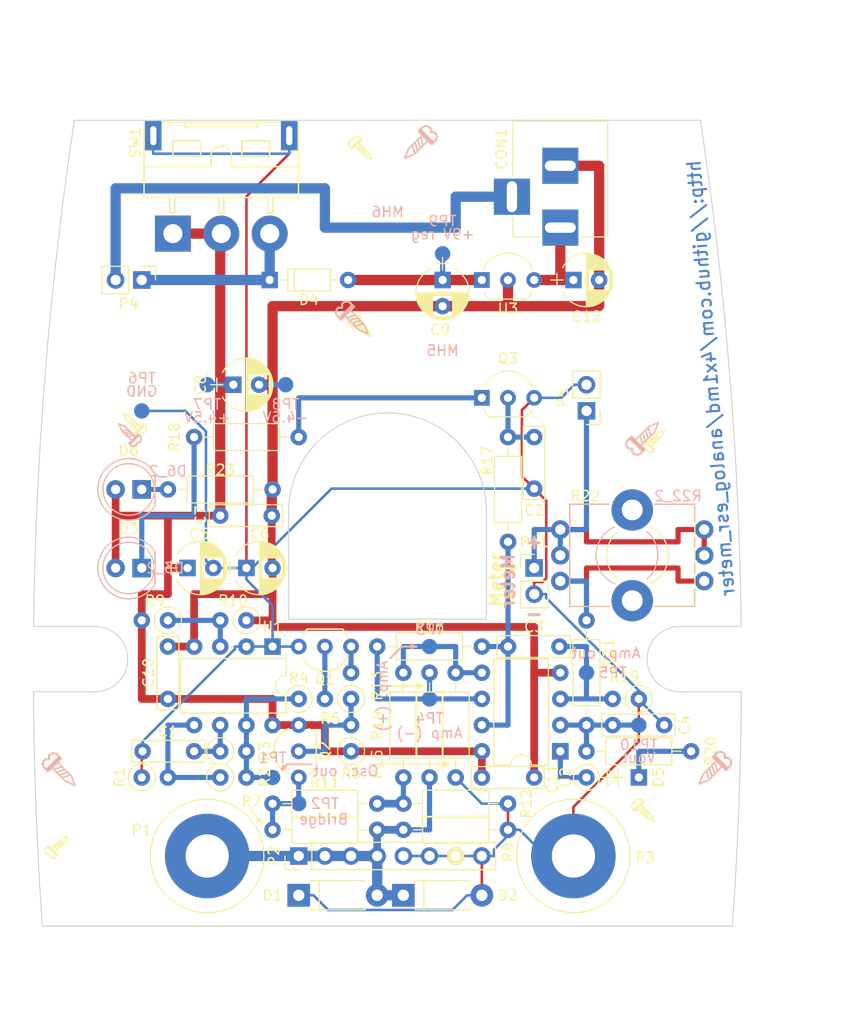
<source format=kicad_pcb>
(kicad_pcb (version 20171130) (host pcbnew "(5.1.12)-1")
  (title_block (title "Analog ESR meter") (date 2018-03-10) (rev B))
  (layers (0 F.Cu signal) (31 B.Cu signal) (34 B.Paste user) (35 F.Paste user) (36 B.SilkS user) (37 F.SilkS user) (38 B.Mask user) (39 F.Mask user) (44 Edge.Cuts user))
  (net 0 "")
  (net 1 "Net-(C1-Pad1)")
  (net 2 "Net-(C2-Pad1)")
  (net 3 GNDREF)
  (net 4 "Net-(C4-Pad1)")
  (net 5 "Net-(CON1-Pad3)")
  (net 6 "Net-(Q1-Pad2)")
  (net 7 "Net-(Q1-Pad1)")
  (net 8 "Net-(R11-Pad1)")
  (net 9 "Net-(C3-Pad2)")
  (net 10 "Net-(D5-Pad2)")
  (net 11 "Net-(Q2-Pad2)")
  (net 12 "Net-(Q2-Pad1)")
  (net 13 "Net-(C3-Pad1)")
  (net 14 /-4.5V)
  (net 15 "Net-(D3-Pad1)")
  (net 16 "Net-(P5-Pad1)")
  (net 17 "Net-(R1-Pad2)")
  (net 18 "Net-(R2-Pad2)")
  (net 19 "Net-(R10-Pad2)")
  (net 20 "Net-(R13-Pad2)")
  (net 21 "Net-(R14-Pad2)")
  (net 22 "Net-(R21-Pad1)")
  (net 23 "Net-(Q3-Pad1)")
  (net 24 "Net-(D6-Pad1)")
  (net 25 "Net-(D5-Pad1)")
  (net 26 /CX)
  (net 27 /+9V_REG)
  (net 28 /EXT_VIN)
  (net 29 /+9V)
  (net 30 /+4.5V)
  (module Potentiometers:Potentiometer_Alps_RK09K_Horizontal (layer B.Cu) (at 184.15 92.71 180)
    (fp_text reference R22_2 (at 2.54 8.255 180) (layer B.SilkS) (effects (justify mirror)))
    (fp_text value 10K)
    (pad 3 thru_hole circle (at 0 5 180) (size 1.8 1.8) (drill 1) (layers *.Cu *.Paste *.Mask) (net 16 "Net-(P5-Pad1)"))
    (pad 2 thru_hole circle (at 0 2.5 180) (size 1.8 1.8) (drill 1) (layers *.Cu *.Paste *.Mask) (net 16 "Net-(P5-Pad1)"))
    (pad 1 thru_hole circle (at 0 0 180) (size 1.8 1.8) (drill 1) (layers *.Cu *.Paste *.Mask) (net 22 "Net-(R21-Pad1)"))
    (pad 0 thru_hole oval (at 7 6.9 180) (size 4 4) (drill 2) (layers *.Cu *.Paste *.Mask))
    (pad 0 thru_hole oval (at 7 -1.9 180) (size 4 4) (drill 2) (layers *.Cu *.Paste *.Mask))
  )
  (module ESR_Meter_Footprints:Symbol_Screw_Type2_SilkscreenTop (layer B.Cu) (at 127.762 77.9145 45)
    (fp_text reference REF**_13 hide)
    (fp_text value Screw_Type4)
  )
  (module ESR_Meter_Footprints:MountingHole_3.2mm_M3_Small (layer F.Cu) (at 124.475 115.285)
    (fp_text reference MH3 hide)
    (fp_text value 3.2mm)
    (pad "" np_thru_hole circle (at 0 0) (size 3.2 3.2) (drill 3.2) (layers *.Cu *.Paste *.Mask) (clearance 1))
  )
  (module LEDs:LED_D5.0mm (layer B.Cu) (at 129.54 91.44 180)
    (fp_text reference D3_2 (at -2.286 0) (layer B.SilkS) (effects (justify mirror)))
    (fp_text value Red)
    (pad 1 thru_hole rect (at 0 0 180) (size 1.8 1.8) (drill 0.9) (layers *.Cu *.Paste *.Mask) (net 15 "Net-(D3-Pad1)"))
    (pad 2 thru_hole circle (at 2.54 0 180) (size 1.8 1.8) (drill 0.9) (layers *.Cu *.Paste *.Mask) (net 30 /+4.5V))
  )
  (module LEDs:LED_D5.0mm (layer B.Cu) (at 129.54 83.82 180)
    (fp_text reference D6_2 (at -2.54 1.778) (layer B.SilkS) (effects (justify mirror)))
    (fp_text value Green)
    (pad 1 thru_hole rect (at 0 0 180) (size 1.8 1.8) (drill 0.9) (layers *.Cu *.Paste *.Mask) (net 24 "Net-(D6-Pad1)"))
    (pad 2 thru_hole circle (at 2.54 0 180) (size 1.8 1.8) (drill 0.9) (layers *.Cu *.Paste *.Mask) (net 30 /+4.5V))
  )
  (module Socket_Strips:Socket_Strip_Straight_1x08_Pitch2.54mm (layer F.Cu) (at 144.78 119.38 90)
    (fp_text reference P2 (at 0 -2.413 270) (layer F.SilkS))
    (fp_text value Cx)
    (pad 1 thru_hole rect (at 0 0 90) (size 1.7 1.7) (drill 1) (layers *.Cu *.Paste *.Mask) (net 26 /CX))
    (pad 2 thru_hole oval (at 0 2.54 90) (size 1.7 1.7) (drill 1) (layers *.Cu *.Paste *.Mask) (net 26 /CX))
    (pad 3 thru_hole oval (at 0 5.08 90) (size 1.7 1.7) (drill 1) (layers *.Cu *.Paste *.Mask) (net 26 /CX))
    (pad 4 thru_hole oval (at 0 7.62 90) (size 1.7 1.7) (drill 1) (layers *.Cu *.Paste *.Mask) (net 26 /CX))
    (pad 5 thru_hole oval (at 0 10.16 90) (size 1.7 1.7) (drill 1) (layers *.Cu *.Paste *.Mask) (net 3 GNDREF))
    (pad 6 thru_hole oval (at 0 12.7 90) (size 1.7 1.7) (drill 1) (layers *.Cu *.Paste *.Mask) (net 3 GNDREF))
    (pad 7 thru_hole oval (at 0 15.24 90) (size 1.7 1.7) (drill 1) (layers *.Cu *.Mask B.Paste F.SilkS) (net 3 GNDREF))
    (pad 8 thru_hole oval (at 0 17.78 90) (size 1.7 1.7) (drill 1) (layers *.Cu *.Paste *.Mask) (net 3 GNDREF))
  )
  (module Resistors_THT:R_Axial_DIN0207_L6.3mm_D2.5mm_P2.54mm_Vertical (layer F.Cu) (at 149.86 104.14 90)
    (fp_text reference R6 (at -1.905 -2.032 180) (layer F.SilkS))
    (fp_text value 12K)
    (pad 1 thru_hole circle (at 0 0 90) (size 1.6 1.6) (drill 0.8) (layers *.Cu *.Paste *.Mask) (net 11 "Net-(Q2-Pad2)"))
    (pad 2 thru_hole oval (at 2.54 0 90) (size 1.6 1.6) (drill 0.8) (layers *.Cu *.Paste *.Mask) (net 7 "Net-(Q1-Pad1)"))
  )
  (module TO_SOT_Packages_THT:TO-92_Inline_Wide (layer F.Cu) (at 149.86 99.06 180)
    (fp_text reference Q1 (at 2.54 -3.175 180) (layer F.SilkS))
    (fp_text value BC547)
    (pad 2 thru_hole circle (at 2.54 0 270) (size 1.524 1.524) (drill 0.8) (layers *.Cu *.Paste *.Mask) (net 6 "Net-(Q1-Pad2)"))
    (pad 3 thru_hole circle (at 5.08 0 270) (size 1.524 1.524) (drill 0.8) (layers *.Cu *.Paste *.Mask) (net 3 GNDREF))
    (pad 1 thru_hole circle (at 0 0 270) (size 1.524 1.524) (drill 0.8) (layers *.Cu *.Paste *.Mask) (net 7 "Net-(Q1-Pad1)"))
  )
  (module Potentiometers:Potentiometer_Alps_RK09K_Horizontal (layer F.Cu) (at 170.18 92.71)
    (fp_text reference R22 (at 2.413 -8.255) (layer F.SilkS))
    (fp_text value 10K)
    (pad 3 thru_hole circle (at 0 -5) (size 1.8 1.8) (drill 1) (layers *.Cu *.Paste *.Mask) (net 16 "Net-(P5-Pad1)"))
    (pad 2 thru_hole circle (at 0 -2.5) (size 1.8 1.8) (drill 1) (layers *.Cu *.Paste *.Mask) (net 16 "Net-(P5-Pad1)"))
    (pad 1 thru_hole circle (at 0 0) (size 1.8 1.8) (drill 1) (layers *.Cu *.Paste *.Mask) (net 22 "Net-(R21-Pad1)"))
    (pad 0 thru_hole oval (at 7 -6.9) (size 4 4) (drill 2) (layers *.Cu *.Paste *.Mask))
    (pad 0 thru_hole oval (at 7 1.9) (size 4 4) (drill 2) (layers *.Cu *.Paste *.Mask))
  )
  (module TO_SOT_Packages_THT:TO-92_Inline_Wide (layer F.Cu) (at 144.78 111.76 90)
    (fp_text reference Q2 (at 2.54 2.54 90) (layer F.SilkS))
    (fp_text value BC557)
    (pad 2 thru_hole circle (at 2.54 0 180) (size 1.524 1.524) (drill 0.8) (layers *.Cu *.Paste *.Mask) (net 11 "Net-(Q2-Pad2)"))
    (pad 3 thru_hole circle (at 5.08 0 180) (size 1.524 1.524) (drill 0.8) (layers *.Cu *.Paste *.Mask) (net 30 /+4.5V))
    (pad 1 thru_hole circle (at 0 0 180) (size 1.524 1.524) (drill 0.8) (layers *.Cu *.Paste *.Mask) (net 12 "Net-(Q2-Pad1)"))
  )
  (module Capacitors_THT:CP_Radial_D5.0mm_P2.50mm (layer F.Cu) (at 133.985 91.44)
    (fp_text reference C5 (at 1.143 -3.302 180) (layer F.SilkS))
    (fp_text value 1uF)
    (pad 1 thru_hole rect (at 0 0) (size 1.6 1.6) (drill 0.8) (layers *.Cu *.Paste *.Mask) (net 30 /+4.5V))
    (pad 2 thru_hole circle (at 2.5 0) (size 1.6 1.6) (drill 0.8) (layers *.Cu *.Paste *.Mask) (net 3 GNDREF))
  )
  (module Capacitors_THT:CP_Radial_D5.0mm_P2.50mm (layer F.Cu) (at 139.7 91.44)
    (fp_text reference C6 (at 1.27 -3.302 180) (layer F.SilkS))
    (fp_text value 1uF)
    (pad 1 thru_hole rect (at 0 0) (size 1.6 1.6) (drill 0.8) (layers *.Cu *.Paste *.Mask) (net 3 GNDREF))
    (pad 2 thru_hole circle (at 2.54 0) (size 1.6 1.6) (drill 0.8) (layers *.Cu *.Paste *.Mask) (net 14 /-4.5V))
  )
  (module Capacitors_THT:CP_Radial_D5.0mm_P2.50mm (layer F.Cu) (at 138.43 73.66)
    (fp_text reference C8 (at -3.175 0 270) (layer F.SilkS))
    (fp_text value 22uF)
    (pad 1 thru_hole rect (at 0 0) (size 1.6 1.6) (drill 0.8) (layers *.Cu *.Paste *.Mask) (net 30 /+4.5V))
    (pad 2 thru_hole circle (at 2.5 0) (size 1.6 1.6) (drill 0.8) (layers *.Cu *.Paste *.Mask) (net 14 /-4.5V))
  )
  (module Capacitors_THT:CP_Radial_D5.0mm_P2.50mm (layer F.Cu) (at 158.75 63.5 270)
    (fp_text reference C9 (at 4.826 0.254 180) (layer F.SilkS))
    (fp_text value 10uF)
    (pad 1 thru_hole rect (at 0 0 270) (size 1.6 1.6) (drill 0.8) (layers *.Cu *.Paste *.Mask) (net 27 /+9V_REG))
    (pad 2 thru_hole circle (at 2.54 0 270) (size 1.6 1.6) (drill 0.8) (layers *.Cu *.Paste *.Mask) (net 14 /-4.5V))
  )
  (module Diodes_THT:D_DO-35_SOD27_P7.62mm_Horizontal (layer F.Cu) (at 141.96 63.5)
    (fp_text reference D4 (at 3.81 1.905 180) (layer F.SilkS))
    (fp_text value BAT60)
    (pad 1 thru_hole rect (at 0 0) (size 1.6 1.6) (drill 0.8) (layers *.Cu *.Paste *.Mask) (net 29 /+9V))
    (pad 2 thru_hole oval (at 7.62 0) (size 1.6 1.6) (drill 0.8) (layers *.Cu *.Paste *.Mask) (net 27 /+9V_REG))
  )
  (module Pin_Headers:Pin_Header_Straight_1x02_Pitch2.54mm (layer F.Cu) (at 129.54 63.5 270)
    (fp_text reference P4 (at 2.286 1.27) (layer F.SilkS))
    (fp_text value "9V battery")
    (pad 1 thru_hole rect (at 0 0 270) (size 1.7 1.7) (drill 1) (layers *.Cu *.Paste *.Mask) (net 29 /+9V))
    (pad 2 thru_hole oval (at 0 2.54 270) (size 1.7 1.7) (drill 1) (layers *.Cu *.Paste *.Mask) (net 5 "Net-(CON1-Pad3)"))
  )
  (module Resistors_THT:R_Axial_DIN0207_L6.3mm_D2.5mm_P10.16mm_Horizontal (layer F.Cu) (at 152.4 116.84 180)
    (fp_text reference R7 (at 12.192 2.794) (layer F.SilkS))
    (fp_text value 1K)
    (pad 1 thru_hole circle (at 0 0 180) (size 1.6 1.6) (drill 0.8) (layers *.Cu *.Paste *.Mask) (net 26 /CX))
    (pad 2 thru_hole oval (at 10.16 0 180) (size 1.6 1.6) (drill 0.8) (layers *.Cu *.Paste *.Mask) (net 12 "Net-(Q2-Pad1)"))
  )
  (module Resistors_THT:R_Axial_DIN0207_L6.3mm_D2.5mm_P10.16mm_Horizontal (layer F.Cu) (at 154.94 116.84)
    (fp_text reference R8 (at 10.16 2.159 270) (layer F.SilkS))
    (fp_text value 22)
    (pad 1 thru_hole circle (at 0 0) (size 1.6 1.6) (drill 0.8) (layers *.Cu *.Paste *.Mask) (net 26 /CX))
    (pad 2 thru_hole oval (at 10.16 0) (size 1.6 1.6) (drill 0.8) (layers *.Cu *.Paste *.Mask) (net 3 GNDREF))
  )
  (module Resistors_THT:R_Axial_DIN0207_L6.3mm_D2.5mm_P10.16mm_Horizontal (layer F.Cu) (at 152.4 114.3 180)
    (fp_text reference R11 (at 5.08 2.032 180) (layer F.SilkS))
    (fp_text value 1K)
    (pad 1 thru_hole circle (at 0 0 180) (size 1.6 1.6) (drill 0.8) (layers *.Cu *.Paste *.Mask) (net 8 "Net-(R11-Pad1)"))
    (pad 2 thru_hole oval (at 10.16 0 180) (size 1.6 1.6) (drill 0.8) (layers *.Cu *.Paste *.Mask) (net 12 "Net-(Q2-Pad1)"))
  )
  (module Resistors_THT:R_Axial_DIN0207_L6.3mm_D2.5mm_P10.16mm_Horizontal (layer F.Cu) (at 154.94 114.3)
    (fp_text reference R12 (at 11.938 0 270) (layer F.SilkS))
    (fp_text value 22)
    (pad 1 thru_hole circle (at 0 0) (size 1.6 1.6) (drill 0.8) (layers *.Cu *.Paste *.Mask) (net 8 "Net-(R11-Pad1)"))
    (pad 2 thru_hole oval (at 10.16 0) (size 1.6 1.6) (drill 0.8) (layers *.Cu *.Paste *.Mask) (net 3 GNDREF))
  )
  (module Resistors_THT:R_Axial_DIN0207_L6.3mm_D2.5mm_P10.16mm_Horizontal (layer F.Cu) (at 165.1 78.74 270)
    (fp_text reference R17 (at 2.286 2.032 270) (layer F.SilkS))
    (fp_text value 15K)
    (pad 1 thru_hole circle (at 0 0 270) (size 1.6 1.6) (drill 0.8) (layers *.Cu *.Paste *.Mask) (net 2 "Net-(C2-Pad1)"))
    (pad 2 thru_hole oval (at 10.16 0 270) (size 1.6 1.6) (drill 0.8) (layers *.Cu *.Paste *.Mask) (net 13 "Net-(C3-Pad1)"))
  )
  (module Resistors_THT:R_Axial_DIN0207_L6.3mm_D2.5mm_P10.16mm_Horizontal (layer F.Cu) (at 172.72 96.52 270)
    (fp_text reference R21 (at 3.175 -2.159 90) (layer F.SilkS))
    (fp_text value 1K)
    (pad 1 thru_hole circle (at 0 0 270) (size 1.6 1.6) (drill 0.8) (layers *.Cu *.Paste *.Mask) (net 22 "Net-(R21-Pad1)"))
    (pad 2 thru_hole oval (at 10.16 0 270) (size 1.6 1.6) (drill 0.8) (layers *.Cu *.Paste *.Mask) (net 4 "Net-(C4-Pad1)"))
  )
  (module Pin_Headers:Pin_Header_Straight_1x02_Pitch2.54mm (layer F.Cu) (at 172.72 76.2 180)
    (fp_text reference P5 (at 2.286 1.27 270) (layer F.SilkS))
    (fp_text value "uA connector")
    (pad 1 thru_hole rect (at 0 0 180) (size 1.7 1.7) (drill 1) (layers *.Cu *.Paste *.Mask) (net 16 "Net-(P5-Pad1)"))
    (pad 2 thru_hole oval (at 0 2.54 180) (size 1.7 1.7) (drill 1) (layers *.Cu *.Paste *.Mask) (net 3 GNDREF))
  )
  (module TO_SOT_Packages_THT:TO-92_Inline_Wide (layer F.Cu) (at 162.56 74.93)
    (fp_text reference Q3 (at 2.54 -3.81 180) (layer F.SilkS))
    (fp_text value BC547)
    (pad 2 thru_hole circle (at 2.54 0 90) (size 1.52 1.52) (drill 0.8) (layers *.Cu *.Paste *.Mask) (net 2 "Net-(C2-Pad1)"))
    (pad 3 thru_hole circle (at 5.08 0 90) (size 1.52 1.52) (drill 0.8) (layers *.Cu *.Paste *.Mask) (net 3 GNDREF))
    (pad 1 thru_hole rect (at 0 0 90) (size 1.52 1.52) (drill 0.8) (layers *.Cu *.Paste *.Mask) (net 23 "Net-(Q3-Pad1)"))
  )
  (module Capacitors_THT:C_Rect_L7.0mm_W2.0mm_P5.00mm (layer F.Cu) (at 134.62 109.22 180)
    (fp_text reference C1 (at 2.54 1.905) (layer F.SilkS))
    (fp_text value 1nF)
    (pad 1 thru_hole circle (at 0 0 180) (size 1.6 1.6) (drill 0.8) (layers *.Cu *.Paste *.Mask) (net 1 "Net-(C1-Pad1)"))
    (pad 2 thru_hole circle (at 5 0 180) (size 1.6 1.6) (drill 0.8) (layers *.Cu *.Paste *.Mask) (net 3 GNDREF))
  )
  (module Capacitors_THT:C_Rect_L7.0mm_W2.0mm_P5.00mm (layer F.Cu) (at 167.64 78.74 270)
    (fp_text reference C2 (at 7.112 0 180) (layer F.SilkS))
    (fp_text value 1uF)
    (pad 1 thru_hole circle (at 0 0 270) (size 1.6 1.6) (drill 0.8) (layers *.Cu *.Paste *.Mask) (net 2 "Net-(C2-Pad1)"))
    (pad 2 thru_hole circle (at 5 0 270) (size 1.6 1.6) (drill 0.8) (layers *.Cu *.Paste *.Mask) (net 3 GNDREF))
  )
  (module Capacitors_THT:C_Rect_L7.0mm_W2.0mm_P5.00mm (layer F.Cu) (at 165.1 99.06)
    (fp_text reference C3 (at 2.54 -1.905 180) (layer F.SilkS))
    (fp_text value 0.1uF)
    (pad 1 thru_hole circle (at 0 0) (size 1.6 1.6) (drill 0.8) (layers *.Cu *.Paste *.Mask) (net 13 "Net-(C3-Pad1)"))
    (pad 2 thru_hole circle (at 5 0) (size 1.6 1.6) (drill 0.8) (layers *.Cu *.Paste *.Mask) (net 9 "Net-(C3-Pad2)"))
  )
  (module Capacitors_THT:C_Rect_L7.0mm_W2.0mm_P5.00mm (layer F.Cu) (at 175.26 106.68)
    (fp_text reference C4 (at 6.985 0 270) (layer F.SilkS))
    (fp_text value 1uF)
    (pad 1 thru_hole circle (at 0 0) (size 1.6 1.6) (drill 0.8) (layers *.Cu *.Paste *.Mask) (net 4 "Net-(C4-Pad1)"))
    (pad 2 thru_hole circle (at 5 0) (size 1.6 1.6) (drill 0.8) (layers *.Cu *.Paste *.Mask) (net 3 GNDREF))
  )
  (module Capacitors_THT:C_Rect_L7.0mm_W2.0mm_P5.00mm (layer F.Cu) (at 137.16 86.36)
    (fp_text reference C7 (at -1.905 0 270) (layer F.SilkS))
    (fp_text value 0.1uF)
    (pad 1 thru_hole circle (at 0 0) (size 1.6 1.6) (drill 0.8) (layers *.Cu *.Paste *.Mask) (net 30 /+4.5V))
    (pad 2 thru_hole circle (at 5 0) (size 1.6 1.6) (drill 0.8) (layers *.Cu *.Paste *.Mask) (net 14 /-4.5V))
  )
  (module Housings_DIP:DIP-8_W7.62mm (layer F.Cu) (at 142.24 99.06 270)
    (fp_text reference U1 (at -1.905 0) (layer F.SilkS))
    (fp_text value TL082)
    (pad 1 thru_hole rect (at 0 0 270) (size 1.6 1.6) (drill 0.8) (layers *.Cu *.Paste *.Mask) (net 3 GNDREF))
    (pad 5 thru_hole oval (at 7.62 7.62 270) (size 1.6 1.6) (drill 0.8) (layers *.Cu *.Paste *.Mask) (net 17 "Net-(R1-Pad2)"))
    (pad 2 thru_hole oval (at 0 2.54 270) (size 1.6 1.6) (drill 0.8) (layers *.Cu *.Paste *.Mask) (net 3 GNDREF))
    (pad 6 thru_hole oval (at 7.62 5.08 270) (size 1.6 1.6) (drill 0.8) (layers *.Cu *.Paste *.Mask) (net 1 "Net-(C1-Pad1)"))
    (pad 3 thru_hole oval (at 0 5.08 270) (size 1.6 1.6) (drill 0.8) (layers *.Cu *.Paste *.Mask) (net 19 "Net-(R10-Pad2)"))
    (pad 7 thru_hole oval (at 7.62 2.54 270) (size 1.6 1.6) (drill 0.8) (layers *.Cu *.Paste *.Mask) (net 18 "Net-(R2-Pad2)"))
    (pad 4 thru_hole oval (at 0 7.62 270) (size 1.6 1.6) (drill 0.8) (layers *.Cu *.Paste *.Mask) (net 14 /-4.5V))
    (pad 8 thru_hole oval (at 7.62 0 270) (size 1.6 1.6) (drill 0.8) (layers *.Cu *.Paste *.Mask) (net 30 /+4.5V))
  )
  (module Housings_DIP:DIP-8_W7.62mm (layer F.Cu) (at 170.18 109.22 180)
    (fp_text reference U2 (at -0.508 -2.54 90) (layer F.SilkS))
    (fp_text value TL082)
    (pad 1 thru_hole rect (at 0 0 180) (size 1.6 1.6) (drill 0.8) (layers *.Cu *.Paste *.Mask) (net 10 "Net-(D5-Pad2)"))
    (pad 5 thru_hole oval (at 7.62 7.62 180) (size 1.6 1.6) (drill 0.8) (layers *.Cu *.Paste *.Mask) (net 21 "Net-(R14-Pad2)"))
    (pad 2 thru_hole oval (at 0 2.54 180) (size 1.6 1.6) (drill 0.8) (layers *.Cu *.Paste *.Mask) (net 4 "Net-(C4-Pad1)"))
    (pad 6 thru_hole oval (at 7.62 5.08 180) (size 1.6 1.6) (drill 0.8) (layers *.Cu *.Paste *.Mask) (net 20 "Net-(R13-Pad2)"))
    (pad 3 thru_hole oval (at 0 5.08 180) (size 1.6 1.6) (drill 0.8) (layers *.Cu *.Paste *.Mask) (net 9 "Net-(C3-Pad2)"))
    (pad 7 thru_hole oval (at 7.62 2.54 180) (size 1.6 1.6) (drill 0.8) (layers *.Cu *.Paste *.Mask) (net 13 "Net-(C3-Pad1)"))
    (pad 4 thru_hole oval (at 0 7.62 180) (size 1.6 1.6) (drill 0.8) (layers *.Cu *.Paste *.Mask) (net 14 /-4.5V))
    (pad 8 thru_hole oval (at 7.62 0 180) (size 1.6 1.6) (drill 0.8) (layers *.Cu *.Paste *.Mask) (net 30 /+4.5V))
  )
  (module Measurement_Points:Measurement_Point_Round-SMD-Pad_Small (layer B.Cu) (at 142.24 111.76)
    (fp_text reference TP1 (at 0 -1.905) (layer B.SilkS) (effects (justify mirror)))
    (fp_text value "Osc. out" (at 7.112 -0.635) (layer B.SilkS) (effects (justify mirror)))
    (pad 1 smd circle (at 0 0) (size 1.5 1.5) (layers B.Cu B.Paste B.Mask) (net 18 "Net-(R2-Pad2)"))
  )
  (module Measurement_Points:Measurement_Point_Round-SMD-Pad_Small (layer B.Cu) (at 144.78 114.3)
    (fp_text reference TP2 (at 2.54 0) (layer B.SilkS) (effects (justify mirror)))
    (fp_text value Bridge (at 2.413 1.524) (layer B.SilkS) (effects (justify mirror)))
    (pad 1 smd circle (at 0 0) (size 1.5 1.5) (layers B.Cu B.Paste B.Mask) (net 12 "Net-(Q2-Pad1)"))
  )
  (module Measurement_Points:Measurement_Point_Round-SMD-Pad_Small (layer B.Cu) (at 157.48 99.06)
    (fp_text reference TP3 (at 0 -1.651) (layer B.SilkS) (effects (justify mirror)))
    (fp_text value "Amp. (+)" (at -4.572 4.826 90) (layer B.SilkS) (effects (justify mirror)))
    (pad 1 smd circle (at 0 0) (size 1.5 1.5) (layers B.Cu B.Paste B.Mask) (net 21 "Net-(R14-Pad2)"))
  )
  (module Measurement_Points:Measurement_Point_Round-SMD-Pad_Small (layer B.Cu) (at 157.48 104.14)
    (fp_text reference TP4 (at 0 1.905) (layer B.SilkS) (effects (justify mirror)))
    (fp_text value "Amp (-)" (at 0 3.302) (layer B.SilkS) (effects (justify mirror)))
    (pad 1 smd circle (at 0 0) (size 1.5 1.5) (layers B.Cu B.Paste B.Mask) (net 20 "Net-(R13-Pad2)"))
  )
  (module Measurement_Points:Measurement_Point_Round-SMD-Pad_Small (layer B.Cu) (at 172.72 101.6)
    (fp_text reference TP5 (at 2.54 0 180) (layer B.SilkS) (effects (justify mirror)))
    (fp_text value "Amp. out" (at 1.905 -1.905 180) (layer B.SilkS) (effects (justify mirror)))
    (pad 1 smd circle (at 0 0) (size 1.5 1.5) (layers B.Cu B.Paste B.Mask) (net 9 "Net-(C3-Pad2)"))
  )
  (module Measurement_Points:Measurement_Point_Round-SMD-Pad_Small (layer B.Cu) (at 129.54 76.2)
    (fp_text reference TP6 (at 0 -3.175) (layer B.SilkS) (effects (justify mirror)))
    (fp_text value GND (at 0 -1.905) (layer B.SilkS) (effects (justify mirror)))
    (pad 1 smd circle (at 0 0) (size 1.5 1.5) (layers B.Cu B.Paste B.Mask) (net 3 GNDREF))
  )
  (module Measurement_Points:Measurement_Point_Round-SMD-Pad_Small (layer B.Cu) (at 135.89 73.66)
    (fp_text reference TP7 (at 0 1.905) (layer B.SilkS) (effects (justify mirror)))
    (fp_text value +4.5V (at 0 3.175) (layer B.SilkS) (effects (justify mirror)))
    (pad 1 smd circle (at 0 0) (size 1.5 1.5) (layers B.Cu B.Paste B.Mask) (net 30 /+4.5V))
  )
  (module Measurement_Points:Measurement_Point_Round-SMD-Pad_Small (layer B.Cu) (at 143.51 73.66)
    (fp_text reference TP8 (at 0 1.905) (layer B.SilkS) (effects (justify mirror)))
    (fp_text value -4.5V (at 0 3.175) (layer B.SilkS) (effects (justify mirror)))
    (pad 1 smd circle (at 0 0) (size 1.5 1.5) (layers B.Cu B.Paste B.Mask) (net 14 /-4.5V))
  )
  (module Measurement_Points:Measurement_Point_Round-SMD-Pad_Small (layer B.Cu) (at 158.75 60.96)
    (fp_text reference TP9 (at 0 -3.175) (layer B.SilkS) (effects (justify mirror)))
    (fp_text value "+9V reg" (at 0 -1.905 180) (layer B.SilkS) (effects (justify mirror)))
    (pad 1 smd circle (at 0 0) (size 1.5 1.5) (layers B.Cu B.Paste B.Mask) (net 27 /+9V_REG))
  )
  (module Measurement_Points:Measurement_Point_Round-SMD-Pad_Small (layer B.Cu) (at 177.8 106.68)
    (fp_text reference TP10 (at 0 1.905) (layer B.SilkS) (effects (justify mirror)))
    (fp_text value Vout (at 0 3.175) (layer B.SilkS) (effects (justify mirror)))
    (pad 1 smd circle (at 0 0) (size 1.5 1.5) (layers B.Cu B.Paste B.Mask) (net 4 "Net-(C4-Pad1)"))
  )
  (module Capacitors_THT:C_Rect_L7.0mm_W2.0mm_P5.00mm (layer F.Cu) (at 132.08 104.14 90)
    (fp_text reference C10 (at 2.54 -1.905 90) (layer F.SilkS))
    (fp_text value 0.1uF)
    (pad 1 thru_hole circle (at 0 0 90) (size 1.6 1.6) (drill 0.8) (layers *.Cu *.Paste *.Mask) (net 30 /+4.5V))
    (pad 2 thru_hole circle (at 5.08 0 90) (size 1.6 1.6) (drill 0.8) (layers *.Cu *.Paste *.Mask) (net 14 /-4.5V))
  )
  (module Capacitors_THT:C_Rect_L7.0mm_W2.0mm_P5.00mm (layer F.Cu) (at 162.56 111.76)
    (fp_text reference C11 (at 6.858 0.127 270) (layer F.SilkS))
    (fp_text value 0.1uF)
    (pad 1 thru_hole circle (at 0 0) (size 1.6 1.6) (drill 0.8) (layers *.Cu *.Paste *.Mask) (net 30 /+4.5V))
    (pad 2 thru_hole circle (at 5.08 0) (size 1.6 1.6) (drill 0.8) (layers *.Cu *.Paste *.Mask) (net 14 /-4.5V))
  )
  (module ESR_Meter_Footprints:Banana_Jack_1Pin (layer F.Cu) (at 135.89 119.38)
    (fp_text reference P1 (at -6.35 -2.54) (layer F.SilkS))
    (fp_text value Cx+)
    (pad 1 thru_hole circle (at 0 0) (size 8.2 8.2) (drill 4.2) (layers *.Cu *.Paste *.Mask) (net 26 /CX))
  )
  (module ESR_Meter_Footprints:Banana_Jack_1Pin (layer F.Cu) (at 171.45 119.38)
    (fp_text reference P3 (at 6.975 0.18) (layer F.SilkS))
    (fp_text value Cx-)
    (pad 1 thru_hole circle (at 0 0) (size 8.2 8.2) (drill 4.2) (layers *.Cu *.Paste *.Mask) (net 3 GNDREF))
  )
  (module ESR_Meter_Footprints:Switch_Slide_SPDT_THT_5MS1S102AM6QES (layer F.Cu) (at 132.56 59 180)
    (fp_text reference SW1 (at 3.655 8.835 270) (layer F.SilkS))
    (fp_text value On/Off)
    (pad 4 thru_hole rect (at 1.9 9.5 180) (size 1.6 2.85) (drill oval 0.6 1.85) (layers *.Cu *.Paste *.Mask) (net 3 GNDREF))
    (pad 4 thru_hole rect (at -11.3 9.5 180) (size 1.6 2.85) (drill oval 0.6 1.85) (layers *.Cu *.Paste *.Mask) (net 3 GNDREF))
    (pad 1 thru_hole rect (at 0 0 180) (size 3.5 3.5) (drill 1.85) (layers *.Cu *.Paste *.Mask) (net 30 /+4.5V))
    (pad 2 thru_hole circle (at -4.7 0 180) (size 3.5 3.5) (drill 1.85) (layers *.Cu *.Paste *.Mask) (net 30 /+4.5V))
    (pad 3 thru_hole circle (at -9.4 0 180) (size 3.5 3.5) (drill 1.85) (layers *.Cu *.Paste *.Mask) (net 29 /+9V))
  )
  (module Resistors_THT:R_Axial_DIN0207_L6.3mm_D2.5mm_P2.54mm_Vertical (layer F.Cu) (at 129.54 111.76)
    (fp_text reference R1 (at -2.159 0 270) (layer F.SilkS))
    (fp_text value 1.5K)
    (pad 1 thru_hole circle (at 0 0) (size 1.6 1.6) (drill 0.8) (layers *.Cu *.Paste *.Mask) (net 3 GNDREF))
    (pad 2 thru_hole oval (at 2.54 0) (size 1.6 1.6) (drill 0.8) (layers *.Cu *.Paste *.Mask) (net 17 "Net-(R1-Pad2)"))
  )
  (module Resistors_THT:R_Axial_DIN0207_L6.3mm_D2.5mm_P2.54mm_Vertical (layer F.Cu) (at 137.16 111.76)
    (fp_text reference R2 (at 4.318 0 90) (layer F.SilkS))
    (fp_text value 10K)
    (pad 1 thru_hole circle (at 0 0) (size 1.6 1.6) (drill 0.8) (layers *.Cu *.Paste *.Mask) (net 17 "Net-(R1-Pad2)"))
    (pad 2 thru_hole oval (at 2.54 0) (size 1.6 1.6) (drill 0.8) (layers *.Cu *.Paste *.Mask) (net 18 "Net-(R2-Pad2)"))
  )
  (module Resistors_THT:R_Axial_DIN0207_L6.3mm_D2.5mm_P2.54mm_Vertical (layer F.Cu) (at 137.16 109.22)
    (fp_text reference R3 (at 4.318 0 90) (layer F.SilkS))
    (fp_text value 10K)
    (pad 1 thru_hole circle (at 0 0) (size 1.6 1.6) (drill 0.8) (layers *.Cu *.Paste *.Mask) (net 1 "Net-(C1-Pad1)"))
    (pad 2 thru_hole oval (at 2.54 0) (size 1.6 1.6) (drill 0.8) (layers *.Cu *.Paste *.Mask) (net 18 "Net-(R2-Pad2)"))
  )
  (module Resistors_THT:R_Axial_DIN0207_L6.3mm_D2.5mm_P2.54mm_Vertical (layer F.Cu) (at 144.78 104.14)
    (fp_text reference R4 (at 0 -2.032) (layer F.SilkS))
    (fp_text value 68K)
    (pad 1 thru_hole circle (at 0 0) (size 1.6 1.6) (drill 0.8) (layers *.Cu *.Paste *.Mask) (net 18 "Net-(R2-Pad2)"))
    (pad 2 thru_hole oval (at 2.54 0) (size 1.6 1.6) (drill 0.8) (layers *.Cu *.Paste *.Mask) (net 6 "Net-(Q1-Pad2)"))
  )
  (module Resistors_THT:R_Axial_DIN0207_L6.3mm_D2.5mm_P2.54mm_Vertical (layer F.Cu) (at 149.86 109.22 90)
    (fp_text reference R5 (at -2.159 0) (layer F.SilkS))
    (fp_text value 4.7K)
    (pad 1 thru_hole circle (at 0 0 90) (size 1.6 1.6) (drill 0.8) (layers *.Cu *.Paste *.Mask) (net 30 /+4.5V))
    (pad 2 thru_hole oval (at 2.54 0 90) (size 1.6 1.6) (drill 0.8) (layers *.Cu *.Paste *.Mask) (net 11 "Net-(Q2-Pad2)"))
  )
  (module Resistors_THT:R_Axial_DIN0207_L6.3mm_D2.5mm_P10.16mm_Horizontal (layer F.Cu) (at 157.48 111.76 90)
    (fp_text reference R13 (at 8.89 -5.08 270) (layer F.SilkS))
    (fp_text value 1K)
    (pad 1 thru_hole circle (at 0 0 90) (size 1.6 1.6) (drill 0.8) (layers *.Cu *.Paste *.Mask) (net 26 /CX))
    (pad 2 thru_hole oval (at 10.16 0 90) (size 1.6 1.6) (drill 0.8) (layers *.Cu *.Paste *.Mask) (net 20 "Net-(R13-Pad2)"))
  )
  (module Resistors_THT:R_Axial_DIN0207_L6.3mm_D2.5mm_P10.16mm_Horizontal (layer F.Cu) (at 154.94 111.76 90)
    (fp_text reference R14 (at 5.08 -2.54 90) (layer F.SilkS))
    (fp_text value 1K)
    (pad 1 thru_hole circle (at 0 0 90) (size 1.6 1.6) (drill 0.8) (layers *.Cu *.Paste *.Mask) (net 8 "Net-(R11-Pad1)"))
    (pad 2 thru_hole oval (at 10.16 0 90) (size 1.6 1.6) (drill 0.8) (layers *.Cu *.Paste *.Mask) (net 21 "Net-(R14-Pad2)"))
  )
  (module Resistors_THT:R_Axial_DIN0207_L6.3mm_D2.5mm_P10.16mm_Horizontal (layer F.Cu) (at 152.4 99.06)
    (fp_text reference R16 (at 5.08 -1.905) (layer F.SilkS))
    (fp_text value 47K)
    (pad 1 thru_hole circle (at 0 0) (size 1.6 1.6) (drill 0.8) (layers *.Cu *.Paste *.Mask) (net 20 "Net-(R13-Pad2)"))
    (pad 2 thru_hole oval (at 10.16 0) (size 1.6 1.6) (drill 0.8) (layers *.Cu *.Paste *.Mask) (net 13 "Net-(C3-Pad1)"))
  )
  (module LEDs:LED_D5.0mm (layer F.Cu) (at 129.54 91.44 180)
    (fp_text reference D3 (at 1.27 3.81) (layer F.SilkS))
    (fp_text value Red)
    (pad 1 thru_hole rect (at 0 0 180) (size 1.8 1.8) (drill 0.9) (layers *.Cu *.Paste *.Mask) (net 15 "Net-(D3-Pad1)"))
    (pad 2 thru_hole circle (at 2.54 0 180) (size 1.8 1.8) (drill 0.9) (layers *.Cu *.Paste *.Mask) (net 30 /+4.5V))
  )
  (module LEDs:LED_D5.0mm (layer F.Cu) (at 129.54 83.82 180)
    (fp_text reference D6 (at 1.27 3.81) (layer F.SilkS))
    (fp_text value Green)
    (pad 1 thru_hole rect (at 0 0 180) (size 1.8 1.8) (drill 0.9) (layers *.Cu *.Paste *.Mask) (net 24 "Net-(D6-Pad1)"))
    (pad 2 thru_hole circle (at 2.54 0 180) (size 1.8 1.8) (drill 0.9) (layers *.Cu *.Paste *.Mask) (net 30 /+4.5V))
  )
  (module Resistors_THT:R_Axial_DIN0207_L6.3mm_D2.5mm_P2.54mm_Vertical (layer F.Cu) (at 132.08 96.52 180)
    (fp_text reference R9 (at 1.27 1.905) (layer F.SilkS))
    (fp_text value 10K)
    (pad 1 thru_hole circle (at 0 0 180) (size 1.6 1.6) (drill 0.8) (layers *.Cu *.Paste *.Mask) (net 19 "Net-(R10-Pad2)"))
    (pad 2 thru_hole oval (at 2.54 0 180) (size 1.6 1.6) (drill 0.8) (layers *.Cu *.Paste *.Mask) (net 30 /+4.5V))
  )
  (module Resistors_THT:R_Axial_DIN0207_L6.3mm_D2.5mm_P2.54mm_Vertical (layer F.Cu) (at 139.7 96.52 180)
    (fp_text reference R10 (at 1.3 1.92 180) (layer F.SilkS))
    (fp_text value 10K)
    (pad 1 thru_hole circle (at 0 0 180) (size 1.6 1.6) (drill 0.8) (layers *.Cu *.Paste *.Mask) (net 14 /-4.5V))
    (pad 2 thru_hole oval (at 2.54 0 180) (size 1.6 1.6) (drill 0.8) (layers *.Cu *.Paste *.Mask) (net 19 "Net-(R10-Pad2)"))
  )
  (module Resistors_THT:R_Axial_DIN0207_L6.3mm_D2.5mm_P2.54mm_Vertical (layer F.Cu) (at 177.8 104.14 180)
    (fp_text reference R19 (at 1.397 2.159) (layer F.SilkS))
    (fp_text value 47K)
    (pad 1 thru_hole circle (at 0 0 180) (size 1.6 1.6) (drill 0.8) (layers *.Cu *.Paste *.Mask) (net 3 GNDREF))
    (pad 2 thru_hole oval (at 2.54 0 180) (size 1.6 1.6) (drill 0.8) (layers *.Cu *.Paste *.Mask) (net 9 "Net-(C3-Pad2)"))
  )
  (module Resistors_THT:R_Axial_DIN0207_L6.3mm_D2.5mm_P10.16mm_Horizontal (layer F.Cu) (at 160.02 111.76 90)
    (fp_text reference R15 (at 1.27 -7.62 90) (layer F.SilkS))
    (fp_text value 47K)
    (pad 1 thru_hole circle (at 0 0 90) (size 1.6 1.6) (drill 0.8) (layers *.Cu *.Paste *.Mask) (net 3 GNDREF))
    (pad 2 thru_hole oval (at 10.16 0 90) (size 1.6 1.6) (drill 0.8) (layers *.Cu *.Paste *.Mask) (net 21 "Net-(R14-Pad2)"))
  )
  (module Resistors_THT:R_Axial_DIN0207_L6.3mm_D2.5mm_P10.16mm_Horizontal (layer F.Cu) (at 144.78 78.74 180)
    (fp_text reference R18 (at 12.065 0 90) (layer F.SilkS))
    (fp_text value 470)
    (pad 1 thru_hole circle (at 0 0 180) (size 1.6 1.6) (drill 0.8) (layers *.Cu *.Paste *.Mask) (net 23 "Net-(Q3-Pad1)"))
    (pad 2 thru_hole oval (at 10.16 0 180) (size 1.6 1.6) (drill 0.8) (layers *.Cu *.Paste *.Mask) (net 15 "Net-(D3-Pad1)"))
  )
  (module ESR_Meter_Footprints:BARREL_JACK_PCB_EDGE (layer F.Cu) (at 170.18 58.42 270)
    (fp_text reference CON1 (at -7.62 5.715 90) (layer F.SilkS))
    (fp_text value "External power")
    (pad 1 thru_hole rect (at 0 0 270) (size 3.5 3.5) (drill oval 1 3) (layers *.Cu *.Paste *.Mask) (net 28 /EXT_VIN))
    (pad 2 thru_hole rect (at -6 0 270) (size 3.5 3.5) (drill oval 1 3) (layers *.Cu *.Paste *.Mask) (net 14 /-4.5V))
    (pad 3 thru_hole rect (at -3 4.7 270) (size 3.5 3.5) (drill oval 3 1) (layers *.Cu *.Paste *.Mask) (net 5 "Net-(CON1-Pad3)"))
  )
  (module Diodes_THT:D_DO-35_SOD27_P5.08mm_Vertical_KathodeUp (layer F.Cu) (at 177.8 111.76 180)
    (fp_text reference D5 (at -1.905 0 270) (layer F.SilkS))
    (fp_text value 1N4148)
    (pad 1 thru_hole rect (at 0 0 180) (size 1.6 1.6) (drill 0.8) (layers *.Cu *.Paste *.Mask) (net 25 "Net-(D5-Pad1)"))
    (pad 2 thru_hole oval (at 5.08 0 180) (size 1.6 1.6) (drill 0.8) (layers *.Cu *.Paste *.Mask) (net 10 "Net-(D5-Pad2)"))
  )
  (module Resistors_THT:R_Axial_DIN0207_L6.3mm_D2.5mm_P10.16mm_Horizontal (layer F.Cu) (at 172.72 109.22)
    (fp_text reference R20 (at 12.065 0 90) (layer F.SilkS))
    (fp_text value 47)
    (pad 1 thru_hole circle (at 0 0) (size 1.6 1.6) (drill 0.8) (layers *.Cu *.Paste *.Mask) (net 4 "Net-(C4-Pad1)"))
    (pad 2 thru_hole oval (at 10.16 0) (size 1.6 1.6) (drill 0.8) (layers *.Cu *.Paste *.Mask) (net 25 "Net-(D5-Pad1)"))
  )
  (module ESR_Meter_Footprints:1.5mmx3.2mm_hole_for_wires (layer F.Cu) (at 128.27 67.31 90)
    (fp_text reference MH** hide)
    (fp_text value 1.5mmx3.2mm_hole_for_wires)
    (pad "" np_thru_hole oval (at 0 0 90) (size 1.5 3.5) (drill oval 1.5 3.5) (layers *.Cu *.Mask))
  )
  (module Capacitors_THT:CP_Radial_D5.0mm_P2.50mm (layer F.Cu) (at 171.45 63.5)
    (fp_text reference C12 (at 1.27 3.556 180) (layer F.SilkS))
    (fp_text value 10uF)
    (pad 1 thru_hole rect (at 0 0) (size 1.6 1.6) (drill 0.8) (layers *.Cu *.Paste *.Mask) (net 28 /EXT_VIN))
    (pad 2 thru_hole circle (at 2.5 0) (size 1.6 1.6) (drill 0.8) (layers *.Cu *.Paste *.Mask) (net 14 /-4.5V))
  )
  (module TO_SOT_Packages_THT:TO-92_Inline_Wide (layer F.Cu) (at 162.56 63.5)
    (fp_text reference U3 (at 2.54 2.794 180) (layer F.SilkS))
    (fp_text value L78L10_TO92)
    (pad 2 thru_hole circle (at 2.54 0 90) (size 1.52 1.52) (drill 0.8) (layers *.Cu *.Paste *.Mask) (net 14 /-4.5V))
    (pad 3 thru_hole circle (at 5.08 0 90) (size 1.52 1.52) (drill 0.8) (layers *.Cu *.Paste *.Mask) (net 28 /EXT_VIN))
    (pad 1 thru_hole rect (at 0 0 90) (size 1.52 1.52) (drill 0.8) (layers *.Cu *.Paste *.Mask) (net 27 /+9V_REG))
  )
  (module Resistors_THT:R_Axial_DIN0207_L6.3mm_D2.5mm_P10.16mm_Horizontal (layer F.Cu) (at 142.24 83.82 180)
    (fp_text reference R23 (at 5.08 1.905 180) (layer F.SilkS))
    (fp_text value 470)
    (pad 1 thru_hole circle (at 0 0 180) (size 1.6 1.6) (drill 0.8) (layers *.Cu *.Paste *.Mask) (net 14 /-4.5V))
    (pad 2 thru_hole oval (at 10.16 0 180) (size 1.6 1.6) (drill 0.8) (layers *.Cu *.Paste *.Mask) (net 24 "Net-(D6-Pad1)"))
  )
  (module ESR_Meter_Footprints:KiCad-Logo_5mm_SolderMask (layer B.Cu) (at 140.335 69.215 180)
    (fp_text reference REF**_12 hide)
    (fp_text value KiCad-Logo_5mm_SolderMask)
  )
  (module Diodes_THT:D_DO-41_SOD81_P7.62mm_Horizontal (layer F.Cu) (at 144.78 123.19)
    (fp_text reference D1 (at -2.54 0) (layer F.SilkS))
    (fp_text value 1N4001)
    (pad 1 thru_hole rect (at 0 0) (size 2.2 2.2) (drill 1.1) (layers *.Cu *.Paste *.Mask) (net 3 GNDREF))
    (pad 2 thru_hole oval (at 7.62 0) (size 2.2 2.2) (drill 1.1) (layers *.Cu *.Paste *.Mask) (net 26 /CX))
  )
  (module Diodes_THT:D_DO-41_SOD81_P7.62mm_Horizontal (layer F.Cu) (at 154.94 123.19)
    (fp_text reference D2 (at 10.16 0) (layer F.SilkS))
    (fp_text value 1N4001)
    (pad 1 thru_hole rect (at 0 0) (size 2.2 2.2) (drill 1.1) (layers *.Cu *.Paste *.Mask) (net 26 /CX))
    (pad 2 thru_hole oval (at 7.62 0) (size 2.2 2.2) (drill 1.1) (layers *.Cu *.Paste *.Mask) (net 3 GNDREF))
  )
  (module Pin_Headers:Pin_Header_Straight_1x02_Pitch2.54mm (layer F.Cu) (at 167.64 91.44)
    (fp_text reference PA1 (at 0 -2.54 180) (layer F.SilkS))
    (fp_text value 50-250uA)
    (pad 1 thru_hole rect (at 0 0) (size 1.7 1.7) (drill 1) (layers *.Cu *.Paste *.Mask) (net 16 "Net-(P5-Pad1)"))
    (pad 2 thru_hole oval (at 0 2.54) (size 1.7 1.7) (drill 1) (layers *.Cu *.Paste *.Mask) (net 3 GNDREF))
  )
  (module ESR_Meter_Footprints:MountingHole_3.2mm_M3_Small (layer F.Cu) (at 125.048 75.285)
    (fp_text reference MH1 hide)
    (fp_text value 3.2mm)
    (pad "" np_thru_hole circle (at 0 0) (size 3.2 3.2) (drill 3.2) (layers *.Cu *.Paste *.Mask) (clearance 1))
  )
  (module ESR_Meter_Footprints:MountingHole_3.2mm_M3_Small (layer F.Cu) (at 181.73 75.285)
    (fp_text reference MH2 hide)
    (fp_text value 3.2mm)
    (pad "" np_thru_hole circle (at 0 0) (size 3.2 3.2) (drill 3.2) (layers *.Cu *.Paste *.Mask) (clearance 1))
  )
  (module ESR_Meter_Footprints:MountingHole_3.2mm_M3_Small (layer F.Cu) (at 182.3 115.285)
    (fp_text reference MH4 hide)
    (fp_text value 3.2mm)
    (pad "" np_thru_hole circle (at 0 0) (size 3.2 3.2) (drill 3.2) (layers *.Cu *.Paste *.Mask) (clearance 1))
  )
  (module Mounting_Holes:MountingHole_3.2mm_M3_DIN965 (layer F.Cu) (at 153.4 70.485)
    (fp_text reference MH5 (at 5.35 -0.127) (layer B.SilkS) (effects (justify mirror)))
    (fp_text value MH_3.2mm_M3)
    (pad 1 np_thru_hole circle (at 0 0) (size 3.2 3.2) (drill 3.2) (layers *.Cu *.Mask))
  )
  (module Mounting_Holes:MountingHole_3.2mm_M3_DIN965 (layer F.Cu) (at 153.4 53.3)
    (fp_text reference MH6 (at 0.016 3.596) (layer B.SilkS) (effects (justify mirror)))
    (fp_text value MH_3.2mm_M3)
    (pad 1 np_thru_hole circle (at 0 0) (size 3.2 3.2) (drill 3.2) (layers *.Cu *.Mask))
  )
  (module ESR_Meter_Footprints:Symbol_Screw_Type2_SilkscreenTop (layer F.Cu) (at 151.384 51.308 45)
    (fp_text reference REF**_11 hide)
    (fp_text value Screw_Type2)
  )
  (module ESR_Meter_Footprints:Symbol_Screw_Type2_SilkscreenTop (layer F.Cu) (at 128.27 76.962 225)
    (fp_text reference REF**_10 hide)
    (fp_text value Screw_Type2)
  )
  (module ESR_Meter_Footprints:Symbol_Screw_Type2_SilkscreenTop (layer F.Cu) (at 179.832 78.486 135)
    (fp_text reference REF**_9 hide)
    (fp_text value Screw_Type2)
  )
  (module ESR_Meter_Footprints:Symbol_Screw_Type2_SilkscreenTop (layer F.Cu) (at 178.816 115.57 45)
    (fp_text reference REF**_8 hide)
    (fp_text value Screw_Type2)
  )
  (module ESR_Meter_Footprints:Symbol_Screw_Type2_SilkscreenTop (layer F.Cu) (at 121.92 117.856 135)
    (fp_text reference REF**_7 hide)
    (fp_text value Screw_Type2)
  )
  (module ESR_Meter_Footprints:Symbol_Screw_Type2_SilkscreenTop (layer F.Cu) (at 151.384 68.58 45)
    (fp_text reference REF**_6 hide)
    (fp_text value Screw_Type2)
  )
  (module ESR_Meter_Footprints:Symbol_Screw_Type4_SilkscreenTop (layer B.Cu) (at 155.702 51.054 135)
    (fp_text reference REF**_5 hide)
    (fp_text value Screw_Type4)
  )
  (module ESR_Meter_Footprints:Symbol_Screw_Type4_SilkscreenTop (layer B.Cu) (at 150.876 68.072 225)
    (fp_text reference REF**_4 hide)
    (fp_text value Screw_Type4)
  )
  (module ESR_Meter_Footprints:Symbol_Screw_Type4_SilkscreenTop (layer B.Cu) (at 179.07 77.978 315)
    (fp_text reference REF**_3 hide)
    (fp_text value Screw_Type4)
  )
  (module ESR_Meter_Footprints:Symbol_Screw_Type4_SilkscreenTop (layer B.Cu) (at 184.277 111.76 135)
    (fp_text reference REF**_2 hide)
    (fp_text value Screw_Type4)
  )
  (module ESR_Meter_Footprints:Symbol_Screw_Type4_SilkscreenTop (layer B.Cu) (at 122.428 111.887 225)
    (fp_text reference REF** hide)
    (fp_text value Screw_Type4)
  )
  (gr_line (start 141.224 116.205) (end 140.716 115.951) (angle 90) (layer F.SilkS) (width 0.15))
  (gr_line (start 141.224 116.205) (end 140.97 115.697) (angle 90) (layer F.SilkS) (width 0.15))
  (gr_line (start 140.208 115.189) (end 141.224 116.205) (angle 90) (layer F.SilkS) (width 0.15))
  (gr_line (start 140.208 114.681) (end 140.208 115.189) (angle 90) (layer F.SilkS) (width 0.15))
  (gr_line (start 154.813 99.06) (end 156.21 99.06) (angle 90) (layer B.SilkS) (width 0.2))
  (gr_line (start 153.67 100.203) (end 154.813 99.06) (angle 90) (layer B.SilkS) (width 0.2))
  (gr_line (start 156.21 99.06) (end 155.702 99.187) (angle 90) (layer B.SilkS) (width 0.2))
  (gr_line (start 156.21 99.06) (end 155.702 98.933) (angle 90) (layer B.SilkS) (width 0.2))
  (gr_line (start 143.637 110.49) (end 146.05 110.49) (angle 90) (layer B.SilkS) (width 0.2))
  (gr_line (start 143.129 110.998) (end 143.637 110.49) (angle 90) (layer B.SilkS) (width 0.2))
  (gr_line (start 143.129 110.998) (end 143.51 110.871) (angle 90) (layer B.SilkS) (width 0.2))
  (gr_line (start 143.129 110.998) (end 143.256 110.617) (angle 90) (layer B.SilkS) (width 0.2))
  (gr_line (start 143.8 96.4) (end 143.8 86) (angle 90) (layer Edge.Cuts) (width 0.1))
  (gr_line (start 163 96.4) (end 163 86) (angle 90) (layer Edge.Cuts) (width 0.1))
  (gr_line (start 143.8 96.4) (end 163 96.4) (angle 90) (layer Edge.Cuts) (width 0.1))
  (gr_line (start 159.385 110.49) (end 158.75 110.744) (angle 90) (layer F.SilkS) (width 0.2))
  (gr_line (start 159.385 110.49) (end 158.75 110.236) (angle 90) (layer F.SilkS) (width 0.2))
  (gr_line (start 153.035 110.49) (end 159.385 110.49) (angle 90) (layer F.SilkS) (width 0.2))
  (gr_line (start 156.845 102.87) (end 156.21 103.124) (angle 90) (layer F.SilkS) (width 0.2))
  (gr_line (start 156.845 102.87) (end 156.21 102.616) (angle 90) (layer F.SilkS) (width 0.2))
  (gr_line (start 153.035 102.87) (end 156.845 102.87) (angle 90) (layer F.SilkS) (width 0.2))
  (gr_line (start 183.777337 48) (end 123 48) (layer Edge.Cuts) (width 0.1))
  (gr_line (start 181.762789 97.119337) (end 187.738404 97.119337) (layer Edge.Cuts) (width 0.1))
  (gr_line (start 187.754918 103.444786) (end 181.762789 103.444786) (layer Edge.Cuts) (width 0.1))
  (gr_line (start 119.888669 126.181137) (end 186.888669 126.181137) (layer Edge.Cuts) (width 0.1))
  (gr_line (start 125.014548 103.444786) (end 119.022419 103.444786) (layer Edge.Cuts) (width 0.1))
  (gr_line (start 119.038933 97.119337) (end 125.014548 97.119337) (layer Edge.Cuts) (width 0.1))
  (gr_text + (at 167.64 88.9) (layer B.SilkS) (effects (font (size 1.3 1.3) (thickness 0.3)) (justify mirror)))
  (gr_text - (at 167.64 95.885) (layer B.SilkS) (effects (font (size 1.3 1.3) (thickness 0.3)) (justify mirror)))
  (gr_text Meter (at 165.1 92.71 90) (layer B.SilkS) (effects (font (size 1.3 1.3) (thickness 0.25)) (justify mirror)))
  (gr_text Meter (at 163.957 92.583 90) (layer F.SilkS) (effects (font (size 1.3 1.3) (thickness 0.25))))
  (gr_text - (at 165.354 93.98 90) (layer F.SilkS) (effects (font (size 1.3 1.3) (thickness 0.3))))
  (gr_text + (at 165.354 91.44 90) (layer F.SilkS) (effects (font (size 1.3 1.3) (thickness 0.3))))
  (gr_text http://github.com/4x1md/analog_esr_meter (at 184.8 73.025 94.5) (layer B.Cu) (effects (font (size 1.25 1.25) (thickness 0.2)) (justify mirror)))
  (gr_arc (start 153.4 86) (end 143.8 86) (angle 90) (layer Edge.Cuts) (width 0.1))
  (gr_arc (start 153.4 86) (end 153.4 76.4) (angle 90) (layer Edge.Cuts) (width 0.1))
  (gr_arc (start 476.360462 101.214969) (end 123 48) (angle -7.907509114) (layer Edge.Cuts) (width 0.1))
  (gr_arc (start -169.583125 101.214969) (end 187.738404 97.119337) (angle -7.907509114) (layer Edge.Cuts) (width 0.1))
  (gr_arc (start 181.762789 100.282062) (end 181.762789 97.119337) (angle -180) (layer Edge.Cuts) (width 0.1))
  (gr_arc (start -169.583125 101.214969) (end 186.888669 126.181137) (angle -3.648749451) (layer Edge.Cuts) (width 0.1))
  (gr_arc (start 476.360462 101.214969) (end 119.022419 103.444786) (angle -3.648749451) (layer Edge.Cuts) (width 0.1))
  (gr_arc (start 125.014548 100.282062) (end 125.014548 103.444786) (angle -180) (layer Edge.Cuts) (width 0.1))
  (segment (start 137.16 109.22) (end 137.16 106.68) (width 0.5) (layer B.Cu) (net 1))
  (segment (start 134.62 109.22) (end 137.16 109.22) (width 0.5) (layer B.Cu) (net 1))
  (segment (start 165.1 78.74) (end 165.1 74.93) (width 0.5) (layer B.Cu) (net 2))
  (segment (start 165.1 78.74) (end 167.64 78.74) (width 0.5) (layer B.Cu) (net 2))
  (segment (start 157.48 119.38) (end 154.94 119.38) (width 0.25) (layer B.Cu) (net 3))
  (segment (start 160.02 119.38) (end 157.48 119.38) (width 0.25) (layer B.Cu) (net 3))
  (segment (start 162.56 119.38) (end 160.02 119.38) (width 0.25) (layer B.Cu) (net 3))
  (segment (start 163.1476 119.38) (end 162.56 119.38) (width 0.25) (layer B.Cu) (net 3))
  (segment (start 163.1476 119.38) (end 163.7351 119.38) (width 0.25) (layer B.Cu) (net 3))
  (segment (start 139.7 92.0025) (end 147.9625 83.74) (width 0.25) (layer B.Cu) (net 3))
  (segment (start 147.9625 83.74) (end 167.64 83.74) (width 0.25) (layer B.Cu) (net 3))
  (segment (start 139.7 92.0025) (end 139.7 92.5651) (width 0.25) (layer B.Cu) (net 3))
  (segment (start 139.7 91.44) (end 139.7 92.0025) (width 0.25) (layer B.Cu) (net 3))
  (segment (start 177.8 104.14) (end 177.8 108.2713) (width 0.25) (layer F.Cu) (net 3))
  (segment (start 177.8 108.2713) (end 171.45 114.6213) (width 0.25) (layer F.Cu) (net 3))
  (segment (start 171.45 114.6213) (end 171.45 119.38) (width 0.25) (layer F.Cu) (net 3))
  (segment (start 139.7 99.06) (end 138.5749 99.06) (width 0.25) (layer B.Cu) (net 3))
  (segment (start 138.5749 99.06) (end 138.5749 99.3145) (width 0.25) (layer B.Cu) (net 3))
  (segment (start 138.5749 99.3145) (end 129.62 108.2694) (width 0.25) (layer B.Cu) (net 3))
  (segment (start 129.62 108.2694) (end 129.62 109.22) (width 0.25) (layer B.Cu) (net 3))
  (segment (start 142.24 99.06) (end 139.7 99.06) (width 0.25) (layer B.Cu) (net 3))
  (segment (start 139.7 92.5651) (end 142.24 95.1051) (width 0.25) (layer B.Cu) (net 3))
  (segment (start 142.24 95.1051) (end 142.24 99.06) (width 0.25) (layer B.Cu) (net 3))
  (segment (start 139.7 91.44) (end 136.485 91.44) (width 0.25) (layer B.Cu) (net 3))
  (segment (start 167.64 93.98) (end 168.8151 93.98) (width 0.25) (layer B.Cu) (net 3))
  (segment (start 168.8151 93.98) (end 168.8151 94.3404) (width 0.25) (layer B.Cu) (net 3))
  (segment (start 168.8151 94.3404) (end 177.8 103.3253) (width 0.25) (layer B.Cu) (net 3))
  (segment (start 177.8 103.3253) (end 177.8 104.14) (width 0.25) (layer B.Cu) (net 3))
  (segment (start 167.64 93.98) (end 167.64 92.8049) (width 0.25) (layer F.Cu) (net 3))
  (segment (start 167.64 92.8049) (end 168.4479 92.8049) (width 0.25) (layer F.Cu) (net 3))
  (segment (start 168.4479 92.8049) (end 168.8152 92.4376) (width 0.25) (layer F.Cu) (net 3))
  (segment (start 168.8152 92.4376) (end 168.8152 84.9152) (width 0.25) (layer F.Cu) (net 3))
  (segment (start 168.8152 84.9152) (end 167.64 83.74) (width 0.25) (layer F.Cu) (net 3))
  (segment (start 165.6626 116.84) (end 163.7351 118.7675) (width 0.25) (layer B.Cu) (net 3))
  (segment (start 163.7351 118.7675) (end 163.7351 119.38) (width 0.25) (layer B.Cu) (net 3))
  (segment (start 165.6626 116.84) (end 166.2251 116.84) (width 0.25) (layer B.Cu) (net 3))
  (segment (start 165.1 116.84) (end 165.6626 116.84) (width 0.25) (layer B.Cu) (net 3))
  (segment (start 165.1 114.3) (end 165.1 116.84) (width 0.25) (layer F.Cu) (net 3))
  (segment (start 160.02 111.76) (end 162.56 114.3) (width 0.25) (layer B.Cu) (net 3))
  (segment (start 162.56 114.3) (end 165.1 114.3) (width 0.25) (layer B.Cu) (net 3))
  (segment (start 172.72 73.66) (end 171.5449 73.66) (width 0.25) (layer B.Cu) (net 3))
  (segment (start 167.64 74.93) (end 170.2749 74.93) (width 0.25) (layer B.Cu) (net 3))
  (segment (start 170.2749 74.93) (end 171.5449 73.66) (width 0.25) (layer B.Cu) (net 3))
  (segment (start 129.62 109.22) (end 129.54 109.3) (width 0.25) (layer F.Cu) (net 3))
  (segment (start 129.54 109.3) (end 129.54 111.76) (width 0.25) (layer F.Cu) (net 3))
  (segment (start 167.64 83.74) (end 166.4494 82.5494) (width 0.25) (layer F.Cu) (net 3))
  (segment (start 166.4494 82.5494) (end 166.4494 76.1206) (width 0.25) (layer F.Cu) (net 3))
  (segment (start 166.4494 76.1206) (end 167.64 74.93) (width 0.25) (layer F.Cu) (net 3))
  (segment (start 180.26 106.68) (end 177.8 104.22) (width 0.25) (layer B.Cu) (net 3))
  (segment (start 177.8 104.22) (end 177.8 104.14) (width 0.25) (layer B.Cu) (net 3))
  (segment (start 142.24 99.06) (end 144.78 99.06) (width 0.25) (layer B.Cu) (net 3))
  (segment (start 129.54 76.2) (end 133.7735 76.2) (width 0.25) (layer B.Cu) (net 3))
  (segment (start 133.7735 76.2) (end 135.7735 78.2) (width 0.25) (layer B.Cu) (net 3))
  (segment (start 135.7735 78.2) (end 135.7735 90.7285) (width 0.25) (layer B.Cu) (net 3))
  (segment (start 135.7735 90.7285) (end 136.485 91.44) (width 0.25) (layer B.Cu) (net 3))
  (segment (start 171.45 119.38) (end 168.7651 119.38) (width 0.25) (layer B.Cu) (net 3))
  (segment (start 168.7651 119.38) (end 166.2251 116.84) (width 0.25) (layer B.Cu) (net 3))
  (segment (start 143.86 49.5) (end 143.86 51.2501) (width 0.25) (layer F.Cu) (net 3))
  (segment (start 143.86 51.2501) (end 139.7 55.4101) (width 0.25) (layer F.Cu) (net 3))
  (segment (start 139.7 55.4101) (end 139.7 91.44) (width 0.25) (layer F.Cu) (net 3))
  (segment (start 130.66 49.5) (end 130.66 51.2501) (width 0.25) (layer B.Cu) (net 3))
  (segment (start 143.86 49.5) (end 143.86 51.2501) (width 0.25) (layer B.Cu) (net 3))
  (segment (start 143.86 51.2501) (end 130.66 51.2501) (width 0.25) (layer B.Cu) (net 3))
  (segment (start 162.56 123.19) (end 161.1349 123.19) (width 0.25) (layer B.Cu) (net 3))
  (segment (start 144.78 123.19) (end 146.2051 123.19) (width 0.25) (layer B.Cu) (net 3))
  (segment (start 146.2051 123.19) (end 147.6303 124.6152) (width 0.25) (layer B.Cu) (net 3))
  (segment (start 147.6303 124.6152) (end 159.7097 124.6152) (width 0.25) (layer B.Cu) (net 3))
  (segment (start 159.7097 124.6152) (end 161.1349 123.19) (width 0.25) (layer B.Cu) (net 3))
  (segment (start 162.56 123.19) (end 162.56 119.38) (width 0.25) (layer F.Cu) (net 3))
  (segment (start 172.72 106.68) (end 175.26 106.68) (width 0.5) (layer B.Cu) (net 4))
  (segment (start 172.72 109.22) (end 172.72 106.68) (width 0.5) (layer B.Cu) (net 4))
  (segment (start 170.18 106.68) (end 172.72 106.68) (width 0.5) (layer B.Cu) (net 4))
  (segment (start 177.8 106.68) (end 175.26 106.68) (width 0.5) (layer B.Cu) (net 4))
  (segment (start 127 63.5) (end 127 54.61) (width 1) (layer B.Cu) (net 5))
  (segment (start 127 54.61) (end 147.32 54.61) (width 1) (layer B.Cu) (net 5))
  (segment (start 147.32 54.61) (end 147.32 58.42) (width 1) (layer B.Cu) (net 5))
  (segment (start 147.32 58.42) (end 160.02 58.42) (width 1) (layer B.Cu) (net 5))
  (segment (start 160.02 58.42) (end 160.02 55.42) (width 1) (layer B.Cu) (net 5))
  (segment (start 160.02 55.42) (end 165.48 55.42) (width 1) (layer B.Cu) (net 5))
  (segment (start 147.32 99.06) (end 147.32 104.14) (width 0.5) (layer B.Cu) (net 6))
  (segment (start 149.86 99.06) (end 149.86 101.6) (width 0.5) (layer B.Cu) (net 7))
  (segment (start 154.94 111.76) (end 154.94 114.3) (width 0.5) (layer B.Cu) (net 8))
  (segment (start 154.94 114.3) (end 152.4 114.3) (width 0.75) (layer B.Cu) (net 8))
  (segment (start 172.72 104.14) (end 170.18 104.14) (width 0.5) (layer B.Cu) (net 9))
  (segment (start 172.72 101.6) (end 172.72 104.14) (width 0.5) (layer B.Cu) (net 9))
  (segment (start 170.1 99.06) (end 172.72 99.06) (width 0.5) (layer B.Cu) (net 9))
  (segment (start 172.72 99.06) (end 172.72 101.6) (width 0.5) (layer B.Cu) (net 9))
  (segment (start 172.72 104.14) (end 175.26 104.14) (width 0.5) (layer B.Cu) (net 9))
  (segment (start 170.18 109.22) (end 170.18 111.76) (width 0.5) (layer B.Cu) (net 10))
  (segment (start 170.18 111.76) (end 172.72 111.76) (width 0.5) (layer B.Cu) (net 10))
  (segment (start 144.78 109.22) (end 147.32 109.22) (width 0.5) (layer B.Cu) (net 11))
  (segment (start 147.32 109.22) (end 147.32 106.68) (width 0.5) (layer B.Cu) (net 11))
  (segment (start 147.32 106.68) (end 149.86 106.68) (width 0.5) (layer B.Cu) (net 11))
  (segment (start 149.86 104.14) (end 149.86 106.68) (width 0.5) (layer B.Cu) (net 11))
  (segment (start 142.24 116.84) (end 142.24 114.3) (width 0.5) (layer B.Cu) (net 12))
  (segment (start 142.24 114.3) (end 144.78 114.3) (width 0.5) (layer B.Cu) (net 12))
  (segment (start 144.78 114.3) (end 144.78 111.76) (width 0.5) (layer B.Cu) (net 12))
  (segment (start 165.1 99.06) (end 165.1 106.68) (width 0.5) (layer B.Cu) (net 13))
  (segment (start 165.1 106.68) (end 162.56 106.68) (width 0.5) (layer B.Cu) (net 13))
  (segment (start 162.56 99.06) (end 165.1 99.06) (width 0.5) (layer B.Cu) (net 13))
  (segment (start 165.1 99.06) (end 165.1 88.9) (width 0.5) (layer B.Cu) (net 13))
  (segment (start 142.24 83.82) (end 142.24 73.66) (width 1) (layer F.Cu) (net 14))
  (segment (start 142.16 86.36) (end 142.16 83.9) (width 1) (layer F.Cu) (net 14))
  (segment (start 142.16 83.9) (end 142.24 83.82) (width 1) (layer F.Cu) (net 14))
  (segment (start 165.06 66.04) (end 158.75 66.04) (width 1) (layer F.Cu) (net 14))
  (segment (start 165.1 63.5) (end 165.1 66) (width 1) (layer F.Cu) (net 14))
  (segment (start 165.1 66) (end 165.06 66.04) (width 1) (layer F.Cu) (net 14))
  (segment (start 142.24 96.52) (end 142.24 93.98) (width 0.75) (layer F.Cu) (net 14))
  (segment (start 139.7 96.52) (end 142.24 96.52) (width 0.75) (layer F.Cu) (net 14))
  (segment (start 167.64 101.6) (end 170.18 101.6) (width 0.75) (layer F.Cu) (net 14))
  (segment (start 134.54 99.14) (end 134.62 99.06) (width 0.75) (layer F.Cu) (net 14))
  (segment (start 134.62 99.06) (end 134.62 93.98) (width 0.75) (layer F.Cu) (net 14))
  (segment (start 134.62 93.98) (end 142.24 93.98) (width 0.75) (layer F.Cu) (net 14))
  (segment (start 167.64 101.6) (end 167.64 97.155) (width 0.75) (layer F.Cu) (net 14))
  (segment (start 167.64 97.155) (end 142.24 97.155) (width 0.75) (layer F.Cu) (net 14))
  (segment (start 142.24 97.155) (end 142.24 96.52) (width 0.75) (layer F.Cu) (net 14))
  (segment (start 167.64 111.76) (end 167.64 101.6) (width 0.75) (layer F.Cu) (net 14))
  (segment (start 142.24 91.44) (end 142.24 93.98) (width 0.75) (layer F.Cu) (net 14))
  (segment (start 132.08 99.06) (end 134.62 99.06) (width 0.75) (layer F.Cu) (net 14))
  (segment (start 158.75 66.04) (end 142.24 66.04) (width 1) (layer F.Cu) (net 14))
  (segment (start 142.24 66.04) (end 142.24 73.66) (width 1) (layer F.Cu) (net 14))
  (segment (start 170.18 52.42) (end 173.95 52.42) (width 1) (layer F.Cu) (net 14))
  (segment (start 173.95 52.42) (end 173.95 63.5) (width 1) (layer F.Cu) (net 14))
  (segment (start 165.06 66.04) (end 173.91 66.04) (width 1) (layer F.Cu) (net 14))
  (segment (start 173.91 66.04) (end 173.95 66) (width 1) (layer F.Cu) (net 14))
  (segment (start 173.95 66) (end 173.95 63.5) (width 1) (layer F.Cu) (net 14))
  (segment (start 142.16 86.36) (end 142.16 91.36) (width 0.75) (layer F.Cu) (net 14))
  (segment (start 142.16 91.36) (end 142.24 91.44) (width 0.75) (layer F.Cu) (net 14))
  (segment (start 140.93 73.66) (end 142.24 73.66) (width 1) (layer F.Cu) (net 14))
  (segment (start 140.93 73.66) (end 143.51 73.66) (width 0.5) (layer B.Cu) (net 14))
  (segment (start 129.54 91.44) (end 129.54 86.36) (width 0.5) (layer B.Cu) (net 15))
  (segment (start 129.54 86.36) (end 134.62 86.36) (width 0.5) (layer B.Cu) (net 15))
  (segment (start 134.62 86.36) (end 134.62 78.74) (width 0.5) (layer B.Cu) (net 15))
  (segment (start 170.18 87.71) (end 170.18 90.21) (width 0.5) (layer B.Cu) (net 16))
  (segment (start 172.72 76.2) (end 172.72 87.71) (width 0.5) (layer B.Cu) (net 16))
  (segment (start 172.72 87.71) (end 170.18 87.71) (width 0.5) (layer B.Cu) (net 16))
  (segment (start 170.18 87.71) (end 167.64 87.71) (width 0.5) (layer B.Cu) (net 16))
  (segment (start 167.64 87.71) (end 167.64 91.44) (width 0.5) (layer B.Cu) (net 16))
  (segment (start 184.15 87.71) (end 184.15 90.21) (width 0.5) (layer F.Cu) (net 16))
  (segment (start 184.15 87.71) (end 181.61 87.71) (width 0.5) (layer F.Cu) (net 16))
  (segment (start 181.61 87.71) (end 181.61 88.9) (width 0.5) (layer F.Cu) (net 16))
  (segment (start 181.61 88.9) (end 172.72 88.9) (width 0.5) (layer F.Cu) (net 16))
  (segment (start 172.72 88.9) (end 172.72 87.79) (width 0.5) (layer F.Cu) (net 16))
  (segment (start 172.72 87.79) (end 172.64 87.71) (width 0.5) (layer F.Cu) (net 16))
  (segment (start 172.64 87.71) (end 170.18 87.71) (width 0.5) (layer F.Cu) (net 16))
  (segment (start 137.16 111.76) (end 132.08 111.76) (width 0.5) (layer B.Cu) (net 17))
  (segment (start 132.08 111.76) (end 132.08 106.68) (width 0.5) (layer B.Cu) (net 17))
  (segment (start 132.08 106.68) (end 134.62 106.68) (width 0.5) (layer B.Cu) (net 17))
  (segment (start 139.7 106.68) (end 139.7 109.22) (width 0.5) (layer B.Cu) (net 18))
  (segment (start 139.7 109.22) (end 139.7 111.76) (width 0.5) (layer B.Cu) (net 18))
  (segment (start 139.7 106.68) (end 139.7 104.14) (width 0.5) (layer B.Cu) (net 18))
  (segment (start 139.7 104.14) (end 144.78 104.14) (width 0.5) (layer B.Cu) (net 18))
  (segment (start 139.7 111.76) (end 142.24 111.76) (width 0.5) (layer B.Cu) (net 18))
  (segment (start 132.08 96.52) (end 137.16 96.52) (width 0.5) (layer B.Cu) (net 19))
  (segment (start 137.16 96.52) (end 137.16 99.06) (width 0.5) (layer B.Cu) (net 19))
  (segment (start 157.48 104.14) (end 157.48 101.6) (width 0.5) (layer B.Cu) (net 20))
  (segment (start 162.56 104.14) (end 157.48 104.14) (width 0.5) (layer B.Cu) (net 20))
  (segment (start 157.48 104.14) (end 152.4 104.14) (width 0.5) (layer B.Cu) (net 20))
  (segment (start 152.4 104.14) (end 152.4 99.06) (width 0.5) (layer B.Cu) (net 20))
  (segment (start 162.56 101.6) (end 160.02 101.6) (width 0.5) (layer B.Cu) (net 21))
  (segment (start 160.02 101.6) (end 160.02 99.06) (width 0.5) (layer B.Cu) (net 21))
  (segment (start 160.02 99.06) (end 157.48 99.06) (width 0.5) (layer B.Cu) (net 21))
  (segment (start 157.48 99.06) (end 154.94 99.06) (width 0.5) (layer B.Cu) (net 21))
  (segment (start 154.94 99.06) (end 154.94 101.6) (width 0.5) (layer B.Cu) (net 21))
  (segment (start 170.18 92.71) (end 172.72 92.71) (width 0.5) (layer B.Cu) (net 22))
  (segment (start 172.72 92.71) (end 172.72 96.52) (width 0.5) (layer B.Cu) (net 22))
  (segment (start 184.15 92.71) (end 181.61 92.71) (width 0.5) (layer F.Cu) (net 22))
  (segment (start 181.61 92.71) (end 181.61 91.44) (width 0.5) (layer F.Cu) (net 22))
  (segment (start 181.61 91.44) (end 172.72 91.44) (width 0.5) (layer F.Cu) (net 22))
  (segment (start 172.72 91.44) (end 172.72 92.71) (width 0.5) (layer F.Cu) (net 22))
  (segment (start 172.72 92.71) (end 170.18 92.71) (width 0.5) (layer F.Cu) (net 22))
  (segment (start 162.56 74.93) (end 144.78 74.93) (width 0.5) (layer B.Cu) (net 23))
  (segment (start 144.78 74.93) (end 144.78 78.74) (width 0.5) (layer B.Cu) (net 23))
  (segment (start 129.54 83.82) (end 132.08 83.82) (width 0.5) (layer B.Cu) (net 24))
  (segment (start 177.8 111.76) (end 177.8 109.22) (width 0.5) (layer B.Cu) (net 25))
  (segment (start 177.8 109.22) (end 182.88 109.22) (width 0.5) (layer B.Cu) (net 25))
  (segment (start 147.32 119.38) (end 149.86 119.38) (width 1) (layer B.Cu) (net 26))
  (segment (start 144.78 119.38) (end 147.32 119.38) (width 1) (layer B.Cu) (net 26))
  (segment (start 152.4 123.19) (end 154.94 123.19) (width 1) (layer B.Cu) (net 26))
  (segment (start 152.4 119.38) (end 152.4 123.19) (width 1) (layer B.Cu) (net 26))
  (segment (start 149.86 119.38) (end 152.4 119.38) (width 1) (layer B.Cu) (net 26))
  (segment (start 152.4 116.84) (end 154.94 116.84) (width 0.75) (layer B.Cu) (net 26))
  (segment (start 152.4 116.84) (end 152.4 119.38) (width 0.75) (layer B.Cu) (net 26))
  (segment (start 144.78 119.38) (end 135.89 119.38) (width 1) (layer B.Cu) (net 26))
  (segment (start 157.48 111.76) (end 157.48 116.84) (width 0.5) (layer B.Cu) (net 26))
  (segment (start 157.48 116.84) (end 154.94 116.84) (width 0.5) (layer B.Cu) (net 26))
  (segment (start 158.75 63.5) (end 162.56 63.5) (width 1) (layer F.Cu) (net 27))
  (segment (start 149.58 63.5) (end 158.75 63.5) (width 1) (layer F.Cu) (net 27))
  (segment (start 158.75 63.5) (end 158.75 60.96) (width 0.5) (layer B.Cu) (net 27))
  (segment (start 170.18 63.5) (end 170.18 58.42) (width 1) (layer F.Cu) (net 28))
  (segment (start 171.45 63.5) (end 170.18 63.5) (width 1) (layer F.Cu) (net 28))
  (segment (start 167.64 63.5) (end 170.18 63.5) (width 1) (layer F.Cu) (net 28))
  (segment (start 129.54 63.5) (end 141.96 63.5) (width 1) (layer B.Cu) (net 29))
  (segment (start 141.96 59) (end 141.96 63.5) (width 1) (layer B.Cu) (net 29))
  (segment (start 137.16 73.66) (end 137.16 86.36) (width 1) (layer F.Cu) (net 30))
  (segment (start 138.43 73.66) (end 137.16 73.66) (width 1) (layer F.Cu) (net 30))
  (segment (start 142.24 106.68) (end 142.24 104.14) (width 0.75) (layer F.Cu) (net 30))
  (segment (start 142.24 104.14) (end 132.08 104.14) (width 0.75) (layer F.Cu) (net 30))
  (segment (start 144.78 106.68) (end 142.24 106.68) (width 0.75) (layer F.Cu) (net 30))
  (segment (start 137.26 59) (end 132.56 59) (width 1) (layer F.Cu) (net 30))
  (segment (start 137.16 59.1) (end 137.26 59) (width 1) (layer F.Cu) (net 30))
  (segment (start 137.16 59.1) (end 137.26 59) (width 1) (layer F.Cu) (net 30))
  (segment (start 137.16 60.1) (end 137.16 59.1) (width 1) (layer F.Cu) (net 30))
  (segment (start 137.16 73.66) (end 137.16 60.1) (width 1) (layer F.Cu) (net 30))
  (segment (start 137.26 60) (end 137.16 60.1) (width 0.5) (layer F.Cu) (net 30))
  (segment (start 129.54 96.52) (end 129.54 104.14) (width 0.75) (layer F.Cu) (net 30))
  (segment (start 129.54 104.14) (end 132.08 104.14) (width 0.75) (layer F.Cu) (net 30))
  (segment (start 127 86.36) (end 127 83.82) (width 0.75) (layer F.Cu) (net 30))
  (segment (start 127 91.44) (end 127 86.36) (width 0.75) (layer F.Cu) (net 30))
  (segment (start 149.86 109.22) (end 162.56 109.22) (width 0.75) (layer F.Cu) (net 30))
  (segment (start 162.56 109.22) (end 162.56 111.76) (width 0.75) (layer F.Cu) (net 30))
  (segment (start 129.54 96.52) (end 129.54 93.98) (width 0.75) (layer F.Cu) (net 30))
  (segment (start 129.54 93.98) (end 132.08 93.98) (width 0.75) (layer F.Cu) (net 30))
  (segment (start 132.08 93.98) (end 132.08 91.44) (width 0.75) (layer F.Cu) (net 30))
  (segment (start 133.985 91.44) (end 132.08 91.44) (width 0.75) (layer F.Cu) (net 30))
  (segment (start 137.16 86.36) (end 132.08 86.36) (width 0.75) (layer F.Cu) (net 30))
  (segment (start 132.08 86.36) (end 132.08 91.44) (width 0.75) (layer F.Cu) (net 30))
  (segment (start 132.08 86.36) (end 127 86.36) (width 0.75) (layer F.Cu) (net 30))
  (segment (start 138.43 73.66) (end 135.89 73.66) (width 0.5) (layer B.Cu) (net 30))
  (segment (start 144.78 106.68) (end 147.32 106.68) (width 0.75) (layer F.Cu) (net 30))
  (segment (start 147.32 106.68) (end 147.32 109.22) (width 0.75) (layer F.Cu) (net 30))
  (segment (start 147.32 109.22) (end 149.86 109.22) (width 0.75) (layer F.Cu) (net 30))
)
</source>
